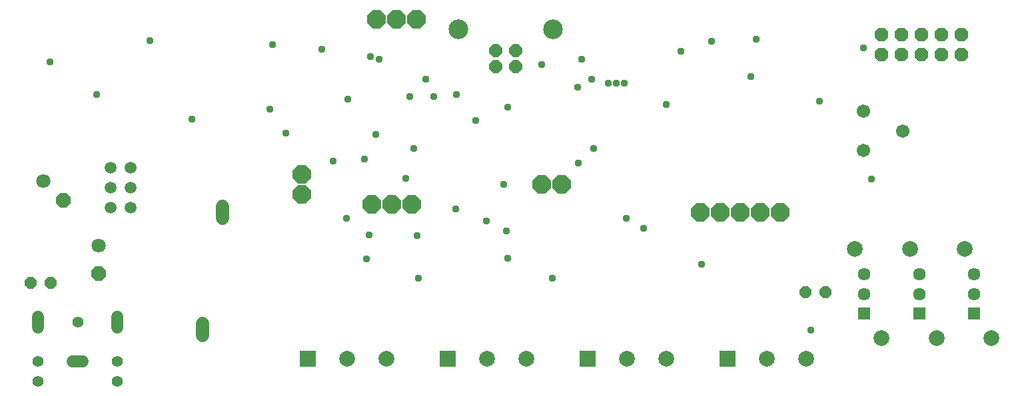
<source format=gbr>
G04 EAGLE Gerber RS-274X export*
G75*
%MOMM*%
%FSLAX34Y34*%
%LPD*%
%INSoldermask Bottom*%
%IPPOS*%
%AMOC8*
5,1,8,0,0,1.08239X$1,22.5*%
G01*
%ADD10P,1.649562X8X202.500000*%
%ADD11C,1.701800*%
%ADD12P,1.798066X8X202.500000*%
%ADD13C,2.503200*%
%ADD14C,1.611200*%
%ADD15R,1.611200X1.611200*%
%ADD16C,2.003200*%
%ADD17P,2.556822X8X202.500000*%
%ADD18P,1.869504X8X202.500000*%
%ADD19R,2.003200X2.003200*%
%ADD20P,1.649562X8X22.500000*%
%ADD21P,2.556822X8X22.500000*%
%ADD22P,1.951982X8X337.500000*%
%ADD23C,1.803400*%
%ADD24C,1.511200*%
%ADD25C,1.403200*%
%ADD26P,2.556822X8X292.500000*%
%ADD27P,2.556822X8X112.500000*%
%ADD28P,1.951982X8X292.500000*%
%ADD29C,1.498600*%
%ADD30C,1.711200*%
%ADD31C,0.959600*%


D10*
X1046480Y123190D03*
X1021080Y123190D03*
D11*
X1094740Y353060D03*
X1144778Y328168D03*
X1094740Y303022D03*
D12*
X627500Y410100D03*
X652500Y410100D03*
X652500Y430100D03*
X627500Y430100D03*
D13*
X700200Y457200D03*
X579800Y457200D03*
D14*
X1096010Y120650D03*
X1096010Y145650D03*
D15*
X1096010Y95650D03*
D16*
X1118010Y64650D03*
X1084010Y177650D03*
D14*
X1235710Y120650D03*
X1235710Y145650D03*
D15*
X1235710Y95650D03*
D16*
X1257710Y64650D03*
X1223710Y177650D03*
D14*
X1165860Y120650D03*
X1165860Y145650D03*
D15*
X1165860Y95650D03*
D16*
X1187860Y64650D03*
X1153860Y177650D03*
D17*
X912876Y224282D03*
X963676Y224282D03*
X527050Y469900D03*
D18*
X1219200Y450850D03*
X1219200Y425450D03*
X1193800Y450850D03*
X1193800Y425450D03*
X1168400Y450850D03*
X1168400Y425450D03*
X1143000Y450850D03*
X1143000Y425450D03*
X1117600Y450850D03*
X1117600Y425450D03*
D16*
X438620Y38100D03*
D19*
X388620Y38100D03*
D16*
X488620Y38100D03*
X616420Y38100D03*
D19*
X566420Y38100D03*
D16*
X666420Y38100D03*
X794220Y38100D03*
D19*
X744220Y38100D03*
D16*
X844220Y38100D03*
X972020Y38100D03*
D19*
X922020Y38100D03*
D16*
X1022020Y38100D03*
D20*
X36830Y135128D03*
X62230Y135128D03*
D17*
X887476Y224282D03*
D21*
X501650Y469900D03*
D17*
X685800Y260350D03*
D21*
X476250Y469900D03*
D17*
X495300Y234950D03*
X520700Y234950D03*
X711200Y260350D03*
D21*
X989076Y224282D03*
D17*
X469900Y234950D03*
D21*
X938276Y224282D03*
D22*
X78104Y239396D03*
D23*
X52960Y264540D03*
D24*
X89720Y34798D02*
X102800Y34798D01*
X146260Y78258D02*
X146260Y91338D01*
X46260Y91338D02*
X46260Y78258D01*
D25*
X46260Y9798D03*
X46260Y34798D03*
X96260Y84798D03*
X146260Y9798D03*
X146260Y34798D03*
D26*
X381000Y247650D03*
D27*
X381000Y273050D03*
D28*
X123190Y146304D03*
D23*
X123190Y181864D03*
D29*
X138430Y280924D03*
X138430Y255524D03*
X138430Y230124D03*
X163830Y280924D03*
X163830Y255524D03*
X163830Y230124D03*
D30*
X255000Y82724D02*
X255000Y67644D01*
X280000Y216644D02*
X280000Y231724D01*
D31*
X466598Y195834D03*
X577088Y228854D03*
X641350Y200660D03*
X463550Y165100D03*
X642366Y165862D03*
X461010Y292100D03*
X958850Y444500D03*
X548894Y371602D03*
X241300Y342900D03*
X844550Y361950D03*
X1038860Y365760D03*
X529590Y140970D03*
X699770Y140970D03*
X1028192Y74676D03*
X637540Y260350D03*
X749300Y393700D03*
X951992Y397510D03*
X1094486Y433578D03*
X731520Y384048D03*
X685800Y412750D03*
X468630Y422656D03*
X344170Y437642D03*
X340360Y355346D03*
X815340Y204216D03*
X527558Y195072D03*
X889000Y158750D03*
X732790Y286766D03*
X61214Y416052D03*
X120650Y374650D03*
X439166Y368300D03*
X406400Y431800D03*
X862584Y429514D03*
X479552Y419100D03*
X1104646Y266954D03*
X770890Y388620D03*
X781050Y388422D03*
X791210Y388620D03*
X751840Y305788D03*
X523240Y306070D03*
X518160Y372110D03*
X538480Y393418D03*
X187960Y442722D03*
X474726Y323850D03*
X361188Y325628D03*
X438150Y217170D03*
X615950Y213360D03*
X793750Y217170D03*
X642620Y358140D03*
X577850Y374650D03*
X601980Y341630D03*
X513588Y267716D03*
X420930Y289814D03*
X901700Y441960D03*
X736600Y419100D03*
M02*

</source>
